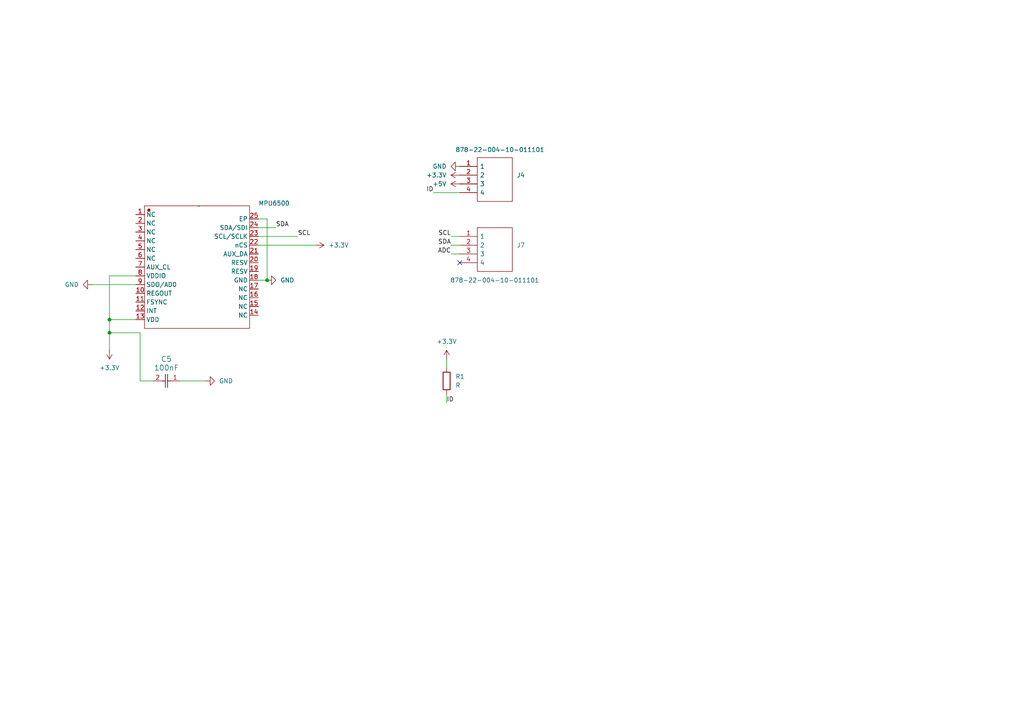
<source format=kicad_sch>
(kicad_sch (version 20250114) (generator "eeschema") (generator_version "9.0")
  (paper "A4")
  (lib_symbols
    (symbol "2026-01-23_05-30-51:C0603C104K5RACTU" (pin_names (offset 0.254))
      (property "Reference" "C" (at 3.81 3.81 0))
      (property "Value" "C0603C104K5RACTU" (at 3.81 -3.81 0))
      (symbol "C0603C104K5RACTU_1_1"
        (polyline (pts (xy 2.54 0) (xy 3.4798 0)) (stroke (width 0.2032)))
        (polyline (pts (xy 3.4798 -1.905) (xy 3.4798 1.905)) (stroke (width 0.2032)))
        (polyline (pts (xy 4.1148 0) (xy 5.08 0)) (stroke (width 0.2032)))
        (polyline (pts (xy 4.1148 -1.905) (xy 4.1148 1.905)) (stroke (width 0.2032)))
        (pin unspecified line (at 0 0 0) (length 2.54) (name "") (number "1"))
        (pin unspecified line (at 7.62 0 180) (length 2.54) (name "") (number "2"))
      )
      (symbol "C0603C104K5RACTU_1_2"
        (polyline (pts (xy -1.905 -3.4798) (xy 1.905 -3.4798)) (stroke (width 0.2032)))
        (polyline (pts (xy -1.905 -4.1148) (xy 1.905 -4.1148)) (stroke (width 0.2032)))
        (polyline (pts (xy 0 -2.54) (xy 0 -3.4798)) (stroke (width 0.2032)))
        (polyline (pts (xy 0 -4.1148) (xy 0 -5.08)) (stroke (width 0.2032)))
        (pin unspecified line (at 0 0 270) (length 2.54) (name "") (number "1"))
        (pin unspecified line (at 0 -7.62 90) (length 2.54) (name "") (number "2"))
      )
    )
    (symbol "878-22-004-10-011101:878-22-004-10-011101" (pin_names (offset 0.762))
      (property "Reference" "J" (at 16.51 7.62 0))
      (property "Value" "878-22-004-10-011101" (at 16.51 5.08 0))
      (symbol "878-22-004-10-011101_0_0"
        (pin passive line (at 0 0 0) (length 5.08) (name "1") (number "1"))
        (pin passive line (at 0 -2.54 0) (length 5.08) (name "2") (number "2"))
        (pin passive line (at 0 -5.08 0) (length 5.08) (name "3") (number "3"))
        (pin passive line (at 0 -7.62 0) (length 5.08) (name "4") (number "4"))
      )
      (symbol "878-22-004-10-011101_0_1"
        (polyline (pts (xy 5.08 2.54) (xy 15.24 2.54) (xy 15.24 -10.16) (xy 5.08 -10.16) (xy 5.08 2.54)) (stroke (width 0.1524)))
      )
    )
    (symbol "Device:R" (pin_numbers (hide yes)) (pin_names (offset 0))
      (property "Reference" "R" (at 2.032 0 90))
      (property "Value" "R" (at 0 0 90))
      (symbol "R_0_1"
        (rectangle (start -1.016 -2.54) (end 1.016 2.54) (stroke (width 0.254)))
      )
      (symbol "R_1_1"
        (pin passive line (at 0 3.81 270) (length 1.27) (name "~") (number "1"))
        (pin passive line (at 0 -3.81 90) (length 1.27) (name "~") (number "2"))
      )
    )
    (symbol "mm-altium-import:root_0_MPU6500_"
      (symbol "root_0_MPU6500__1_0"
        (rectangle (start -15.24 17.78) (end 15.24 -17.78) (stroke (width 0) (color 136 0 0 1)))
        (circle (center -13.97 16.51) (radius 0.381) (stroke (width 0) (color 136 0 0 1)) (fill (type outline)))
        (pin passive line (at -17.78 15.24 0) (length 2.54) (name "NC") (number "1"))
        (pin passive line (at -17.78 12.7 0) (length 2.54) (name "NC") (number "2"))
        (pin passive line (at -17.78 10.16 0) (length 2.54) (name "NC") (number "3"))
        (pin passive line (at -17.78 7.62 0) (length 2.54) (name "NC") (number "4"))
        (pin passive line (at -17.78 5.08 0) (length 2.54) (name "NC") (number "5"))
        (pin passive line (at -17.78 2.54 0) (length 2.54) (name "NC") (number "6"))
        (pin passive line (at -17.78 0 0) (length 2.54) (name "AUX_CL") (number "7"))
        (pin passive line (at -17.78 -2.54 0) (length 2.54) (name "VDDIO") (number "8"))
        (pin passive line (at -17.78 -5.08 0) (length 2.54) (name "SDO/AD0") (number "9"))
        (pin passive line (at -17.78 -7.62 0) (length 2.54) (name "REGOUT") (number "10"))
        (pin passive line (at -17.78 -10.16 0) (length 2.54) (name "FSYNC") (number "11"))
        (pin passive line (at -17.78 -12.7 0) (length 2.54) (name "INT") (number "12"))
        (pin passive line (at -17.78 -15.24 0) (length 2.54) (name "VDD") (number "13"))
        (pin passive line (at 17.78 13.97 180) (length 2.54) (name "EP") (number "25"))
        (pin passive line (at 17.78 11.43 180) (length 2.54) (name "SDA/SDI") (number "24"))
        (pin passive line (at 17.78 8.89 180) (length 2.54) (name "SCL/SCLK") (number "23"))
        (pin passive line (at 17.78 6.35 180) (length 2.54) (name "nCS") (number "22"))
        (pin passive line (at 17.78 3.81 180) (length 2.54) (name "AUX_DA") (number "21"))
        (pin passive line (at 17.78 1.27 180) (length 2.54) (name "RESV") (number "20"))
        (pin passive line (at 17.78 -1.27 180) (length 2.54) (name "RESV") (number "19"))
        (pin passive line (at 17.78 -3.81 180) (length 2.54) (name "GND") (number "18"))
        (pin passive line (at 17.78 -6.35 180) (length 2.54) (name "NC") (number "17"))
        (pin passive line (at 17.78 -8.89 180) (length 2.54) (name "NC") (number "16"))
        (pin passive line (at 17.78 -11.43 180) (length 2.54) (name "NC") (number "15"))
        (pin passive line (at 17.78 -13.97 180) (length 2.54) (name "NC") (number "14"))
      )
    )
    (symbol "power:+3.3V" (power) (pin_numbers (hide yes)) (pin_names (offset 0) (hide yes))
      (property "Value" "+3.3V" (at 0 3.556 0))
      (symbol "+3.3V_0_1"
        (polyline (pts (xy -0.762 1.27) (xy 0 2.54)))
        (polyline (pts (xy 0 2.54) (xy 0.762 1.27)))
        (polyline (pts (xy 0 0) (xy 0 2.54)))
      )
      (symbol "+3.3V_1_1"
        (pin power_in line (at 0 0 90) (length 0) (name "~") (number "1"))
      )
    )
    (symbol "power:+5V" (power) (pin_numbers (hide yes)) (pin_names (offset 0) (hide yes))
      (property "Value" "+5V" (at 0 3.556 0))
      (symbol "+5V_0_1"
        (polyline (pts (xy -0.762 1.27) (xy 0 2.54)))
        (polyline (pts (xy 0 2.54) (xy 0.762 1.27)))
        (polyline (pts (xy 0 0) (xy 0 2.54)))
      )
      (symbol "+5V_1_1"
        (pin power_in line (at 0 0 90) (length 0) (name "~") (number "1"))
      )
    )
    (symbol "power:GND" (power) (pin_numbers (hide yes)) (pin_names (offset 0) (hide yes))
      (property "Value" "GND" (at 0 -3.81 0))
      (symbol "GND_0_1"
        (polyline (pts (xy 0 0) (xy 0 -1.27) (xy 1.27 -1.27) (xy 0 -2.54) (xy -1.27 -1.27) (xy 0 -1.27)))
      )
      (symbol "GND_1_1"
        (pin power_in line (at 0 0 270) (length 0) (name "~") (number "1"))
      )
    )
  )
  (junction (at 31.75 92.71))
  (junction (at 31.75 96.52))
  (junction (at 77.47 81.28))
  (no_connect (at 133.35 76.2))
  (wire (pts (xy 77.47 81.28) (xy 74.93 81.28)))
  (wire (pts (xy 31.75 80.01) (xy 31.75 92.71)))
  (wire (pts (xy 31.75 96.52) (xy 31.75 101.6)))
  (wire (pts (xy 39.37 80.01) (xy 31.75 80.01)))
  (wire (pts (xy 125.73 55.88) (xy 133.35 55.88)))
  (wire (pts (xy 129.54 104.14) (xy 129.54 106.68)))
  (wire (pts (xy 74.93 63.5) (xy 77.47 63.5)))
  (wire (pts (xy 133.35 71.12) (xy 130.81 71.12)))
  (wire (pts (xy 31.75 96.52) (xy 40.64 96.52)))
  (wire (pts (xy 74.93 71.12) (xy 91.44 71.12)))
  (wire (pts (xy 26.67 82.55) (xy 39.37 82.55)))
  (wire (pts (xy 40.64 96.52) (xy 40.64 110.49)))
  (wire (pts (xy 39.37 92.71) (xy 31.75 92.71)))
  (wire (pts (xy 74.93 68.58) (xy 86.36 68.58)))
  (wire (pts (xy 129.54 116.84) (xy 129.54 114.3)))
  (wire (pts (xy 130.81 68.58) (xy 133.35 68.58)))
  (wire (pts (xy 77.47 63.5) (xy 77.47 81.28)))
  (wire (pts (xy 31.75 92.71) (xy 31.75 96.52)))
  (wire (pts (xy 40.64 110.49) (xy 44.45 110.49)))
  (wire (pts (xy 130.81 73.66) (xy 133.35 73.66)))
  (wire (pts (xy 74.93 66.04) (xy 80.01 66.04)))
  (wire (pts (xy 52.07 110.49) (xy 59.69 110.49)))
  (label "ID" (at 129.54 116.84 0))
  (label "SDA" (at 130.81 71.12 180))
  (label "ADC" (at 130.81 73.66 180))
  (label "SDA" (at 80.01 66.04 0))
  (label "SCL" (at 130.81 68.58 180))
  (label "SCL" (at 86.36 68.58 0))
  (label "ID" (at 125.73 55.88 180))
  (symbol (lib_id "878-22-004-10-011101:878-22-004-10-011101") (at 133.35 48.26 0) (unit 1)
    (property "Reference" "J4" (at 149.86 50.7999 0) (effects (justify left)))
    (property "Value" "878-22-004-10-011101" (at 132.08 43.434 0) (effects (justify left)))
    (property "Footprint" "BOREALIS:8782200410011101" (effects (hide yes)))
    (property "Datasheet" "https://www.mill-max.com/products/spring-loaded/slc-pin-header-strip/878-xx-xxx-10-011101/878-22-004-10-011101?s_term=878-22-004-10-011101&s_type=Quick/Product/Part%20Number%20Search" (effects (hide yes)))
    (property "Description" "Headers & Wire Housings Magnetic Spring-Loaded Pin Header Strip 4 Pins" (effects (hide yes)))
    (property "Description_1" "Headers & Wire Housings Magnetic Spring-Loaded Pin Header Strip 4 Pins" (effects (hide yes)))
    (property "Height" "9.6" (effects (hide yes)))
    (property "Mouser Part Number" "575-8782200410010000" (effects (hide yes)))
    (property "Mouser Price/Stock" "https://www.mouser.co.uk/ProductDetail/Mill-Max/878-22-004-10-011101?qs=t7xnP681wgWdOYPvR3%252B%2FbA%3D%3D" (effects (hide yes)))
    (property "Manufacturer_Name" "Mill-Max" (effects (hide yes)))
    (property "Manufacturer_Part_Number" "878-22-004-10-011101" (effects (hide yes)))
  )
  (symbol (lib_id "power:GND") (at 133.35 48.26 270) (unit 1)
    (property "Reference" "#PWR07" (effects (hide yes)))
    (property "Value" "GND" (at 129.54 48.2599 90) (effects (justify right)))
    (property "Description" "Power symbol creates a global label with name \"GND\" , ground" (effects (hide yes)))
  )
  (symbol (lib_id "power:+3.3V") (at 91.44 71.12 270) (unit 1)
    (property "Reference" "#PWR05" (effects (hide yes)))
    (property "Value" "+3.3V" (at 95.25 71.1199 90) (effects (justify left)))
    (property "Description" "Power symbol creates a global label with name \"+3.3V\"" (effects (hide yes)))
  )
  (symbol (lib_id "power:+3.3V") (at 129.54 104.14 0) (unit 1)
    (property "Reference" "#PWR02" (effects (hide yes)))
    (property "Value" "+3.3V" (at 129.54 99.06 0))
    (property "Description" "Power symbol creates a global label with name \"+3.3V\"" (effects (hide yes)))
  )
  (symbol (lib_id "2026-01-23_05-30-51:C0603C104K5RACTU") (at 52.07 110.49 180) (unit 1)
    (property "Reference" "C5" (at 48.26 104.14 0) (effects (font (size 1.524 1.524))))
    (property "Value" "100nF" (at 48.26 106.68 0) (effects (font (size 1.524 1.524))))
    (property "Footprint" "BOREALIS:CAPC17595_95N_KEM" (effects (hide yes)))
    (property "Datasheet" "https://content.kemet.com/datasheets/KEM_C1002_X7R_SMD.pdf" (effects (hide yes)))
  )
  (symbol (lib_id "power:GND") (at 77.47 81.28 90) (unit 1)
    (property "Reference" "#PWR03" (effects (hide yes)))
    (property "Value" "GND" (at 81.28 81.2799 90) (effects (justify right)))
    (property "Description" "Power symbol creates a global label with name \"GND\" , ground" (effects (hide yes)))
  )
  (symbol (lib_id "power:+3.3V") (at 31.75 101.6 180) (unit 1)
    (property "Reference" "#PWR01" (effects (hide yes)))
    (property "Value" "+3.3V" (at 31.75 106.68 0))
    (property "Description" "Power symbol creates a global label with name \"+3.3V\"" (effects (hide yes)))
  )
  (symbol (lib_id "power:GND") (at 59.69 110.49 90) (unit 1)
    (property "Reference" "#PWR04" (effects (hide yes)))
    (property "Value" "GND" (at 63.5 110.4899 90) (effects (justify right)))
    (property "Description" "Power symbol creates a global label with name \"GND\" , ground" (effects (hide yes)))
  )
  (symbol (lib_id "power:+3.3V") (at 133.35 50.8 90) (unit 1)
    (property "Reference" "#PWR010" (effects (hide yes)))
    (property "Value" "+3.3V" (at 129.54 50.7999 90) (effects (justify left)))
    (property "Description" "Power symbol creates a global label with name \"+3.3V\"" (effects (hide yes)))
  )
  (symbol (lib_id "power:GND") (at 26.67 82.55 270) (unit 1)
    (property "Reference" "#PWR06" (effects (hide yes)))
    (property "Value" "GND" (at 22.86 82.5499 90) (effects (justify right)))
    (property "Description" "Power symbol creates a global label with name \"GND\" , ground" (effects (hide yes)))
  )
  (symbol (lib_id "power:+5V") (at 133.35 53.34 90) (unit 1)
    (property "Reference" "#PWR016" (effects (hide yes)))
    (property "Value" "+5V" (at 129.54 53.3399 90) (effects (justify left)))
    (property "Description" "Power symbol creates a global label with name \"+5V\"" (effects (hide yes)))
  )
  (symbol (lib_id "878-22-004-10-011101:878-22-004-10-011101") (at 133.35 68.58 0) (unit 1)
    (property "Reference" "J7" (at 149.86 71.1199 0) (effects (justify left)))
    (property "Value" "878-22-004-10-011101" (at 130.556 81.28 0) (effects (justify left)))
    (property "Footprint" "BOREALIS:8782200410011101" (effects (hide yes)))
    (property "Datasheet" "https://www.mill-max.com/products/spring-loaded/slc-pin-header-strip/878-xx-xxx-10-011101/878-22-004-10-011101?s_term=878-22-004-10-011101&s_type=Quick/Product/Part%20Number%20Search" (effects (hide yes)))
    (property "Description" "Headers & Wire Housings Magnetic Spring-Loaded Pin Header Strip 4 Pins" (effects (hide yes)))
    (property "Description_1" "Headers & Wire Housings Magnetic Spring-Loaded Pin Header Strip 4 Pins" (effects (hide yes)))
    (property "Height" "9.6" (effects (hide yes)))
    (property "Mouser Part Number" "575-8782200410010000" (effects (hide yes)))
    (property "Mouser Price/Stock" "https://www.mouser.co.uk/ProductDetail/Mill-Max/878-22-004-10-011101?qs=t7xnP681wgWdOYPvR3%252B%2FbA%3D%3D" (effects (hide yes)))
    (property "Manufacturer_Name" "Mill-Max" (effects (hide yes)))
    (property "Manufacturer_Part_Number" "878-22-004-10-011101" (effects (hide yes)))
  )
  (symbol (lib_id "Device:R") (at 129.54 110.49 0) (unit 1)
    (property "Reference" "R1" (at 132.08 109.2199 0) (effects (justify left)))
    (property "Value" "R" (at 132.08 111.7599 0) (effects (justify left)))
    (property "Footprint" "Resistor_SMD:R_0805_2012Metric" (effects (hide yes)))
    (property "Description" "Resistor" (effects (hide yes)))
  )
  (symbol (lib_id "mm-altium-import:root_0_MPU6500_") (at 57.15 77.47 0) (unit 1)
    (property "Reference" "MPU6500" (at 74.93 59.69 0) (effects (justify left bottom)))
    (property "Value" "~" (at 57.15 59.69 0) (effects (justify left)))
  )
)
</source>
